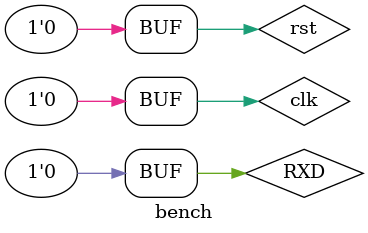
<source format=v>
module bench();
   reg clk;
   wire rst = 0; 
   wire [7:0] leds;
   reg  RXD = 1'b0;
   wire TXD;

   SOC uut(
     .i_clk(clk),
     .i_rst(rst),
     .o_leds(leds),
     .RXD(RXD),
     .TXD(TXD)
   );
   
   reg[7:0] prev_leds = 0;

   initial begin
      clk = 0;
   end
   always begin        
      #4.9	clk = 1; // half timescale on
      #5		clk = 0; //	half timescale off    
      #0.1;          // some delay       
   end


   always @(posedge clk)begin 
	 if(leds != prev_leds) begin
	    $display("LEDS = %b",leds);
	 end
	 prev_leds <= leds;
   end

endmodule 
</source>
